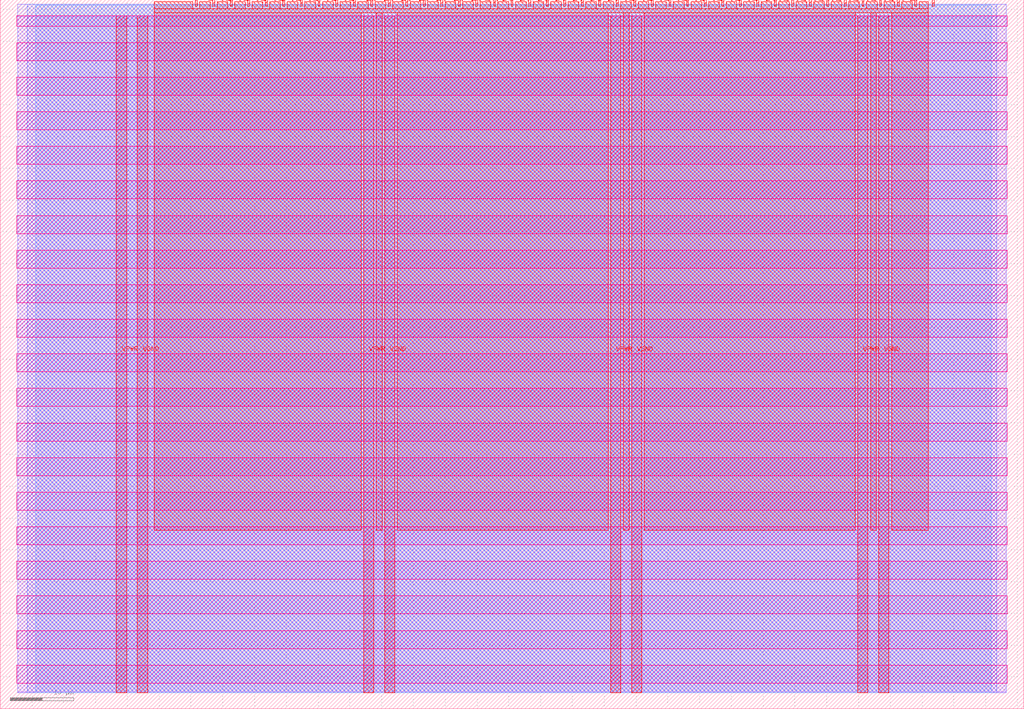
<source format=lef>
VERSION 5.7 ;
  NOWIREEXTENSIONATPIN ON ;
  DIVIDERCHAR "/" ;
  BUSBITCHARS "[]" ;
MACRO tt_um_LnL_SoC
  CLASS BLOCK ;
  FOREIGN tt_um_LnL_SoC ;
  ORIGIN 0.000 0.000 ;
  SIZE 161.000 BY 111.520 ;
  PIN VGND
    DIRECTION INOUT ;
    USE GROUND ;
    PORT
      LAYER met4 ;
        RECT 21.580 2.480 23.180 109.040 ;
    END
    PORT
      LAYER met4 ;
        RECT 60.450 2.480 62.050 109.040 ;
    END
    PORT
      LAYER met4 ;
        RECT 99.320 2.480 100.920 109.040 ;
    END
    PORT
      LAYER met4 ;
        RECT 138.190 2.480 139.790 109.040 ;
    END
  END VGND
  PIN VPWR
    DIRECTION INOUT ;
    USE POWER ;
    PORT
      LAYER met4 ;
        RECT 18.280 2.480 19.880 109.040 ;
    END
    PORT
      LAYER met4 ;
        RECT 57.150 2.480 58.750 109.040 ;
    END
    PORT
      LAYER met4 ;
        RECT 96.020 2.480 97.620 109.040 ;
    END
    PORT
      LAYER met4 ;
        RECT 134.890 2.480 136.490 109.040 ;
    END
  END VPWR
  PIN clk
    DIRECTION INPUT ;
    USE SIGNAL ;
    ANTENNAGATEAREA 0.852000 ;
    PORT
      LAYER met4 ;
        RECT 143.830 110.520 144.130 111.520 ;
    END
  END clk
  PIN ena
    DIRECTION INPUT ;
    USE SIGNAL ;
    PORT
      LAYER met4 ;
        RECT 146.590 110.520 146.890 111.520 ;
    END
  END ena
  PIN rst_n
    DIRECTION INPUT ;
    USE SIGNAL ;
    ANTENNAGATEAREA 0.196500 ;
    PORT
      LAYER met4 ;
        RECT 141.070 110.520 141.370 111.520 ;
    END
  END rst_n
  PIN ui_in[0]
    DIRECTION INPUT ;
    USE SIGNAL ;
    ANTENNAGATEAREA 0.196500 ;
    PORT
      LAYER met4 ;
        RECT 138.310 110.520 138.610 111.520 ;
    END
  END ui_in[0]
  PIN ui_in[1]
    DIRECTION INPUT ;
    USE SIGNAL ;
    ANTENNAGATEAREA 0.196500 ;
    PORT
      LAYER met4 ;
        RECT 135.550 110.520 135.850 111.520 ;
    END
  END ui_in[1]
  PIN ui_in[2]
    DIRECTION INPUT ;
    USE SIGNAL ;
    ANTENNAGATEAREA 0.196500 ;
    PORT
      LAYER met4 ;
        RECT 132.790 110.520 133.090 111.520 ;
    END
  END ui_in[2]
  PIN ui_in[3]
    DIRECTION INPUT ;
    USE SIGNAL ;
    ANTENNAGATEAREA 0.196500 ;
    PORT
      LAYER met4 ;
        RECT 130.030 110.520 130.330 111.520 ;
    END
  END ui_in[3]
  PIN ui_in[4]
    DIRECTION INPUT ;
    USE SIGNAL ;
    ANTENNAGATEAREA 0.196500 ;
    PORT
      LAYER met4 ;
        RECT 127.270 110.520 127.570 111.520 ;
    END
  END ui_in[4]
  PIN ui_in[5]
    DIRECTION INPUT ;
    USE SIGNAL ;
    ANTENNAGATEAREA 0.196500 ;
    PORT
      LAYER met4 ;
        RECT 124.510 110.520 124.810 111.520 ;
    END
  END ui_in[5]
  PIN ui_in[6]
    DIRECTION INPUT ;
    USE SIGNAL ;
    ANTENNAGATEAREA 0.196500 ;
    PORT
      LAYER met4 ;
        RECT 121.750 110.520 122.050 111.520 ;
    END
  END ui_in[6]
  PIN ui_in[7]
    DIRECTION INPUT ;
    USE SIGNAL ;
    ANTENNAGATEAREA 0.196500 ;
    PORT
      LAYER met4 ;
        RECT 118.990 110.520 119.290 111.520 ;
    END
  END ui_in[7]
  PIN uio_in[0]
    DIRECTION INPUT ;
    USE SIGNAL ;
    ANTENNAGATEAREA 0.196500 ;
    PORT
      LAYER met4 ;
        RECT 116.230 110.520 116.530 111.520 ;
    END
  END uio_in[0]
  PIN uio_in[1]
    DIRECTION INPUT ;
    USE SIGNAL ;
    ANTENNAGATEAREA 0.196500 ;
    PORT
      LAYER met4 ;
        RECT 113.470 110.520 113.770 111.520 ;
    END
  END uio_in[1]
  PIN uio_in[2]
    DIRECTION INPUT ;
    USE SIGNAL ;
    ANTENNAGATEAREA 0.196500 ;
    PORT
      LAYER met4 ;
        RECT 110.710 110.520 111.010 111.520 ;
    END
  END uio_in[2]
  PIN uio_in[3]
    DIRECTION INPUT ;
    USE SIGNAL ;
    PORT
      LAYER met4 ;
        RECT 107.950 110.520 108.250 111.520 ;
    END
  END uio_in[3]
  PIN uio_in[4]
    DIRECTION INPUT ;
    USE SIGNAL ;
    PORT
      LAYER met4 ;
        RECT 105.190 110.520 105.490 111.520 ;
    END
  END uio_in[4]
  PIN uio_in[5]
    DIRECTION INPUT ;
    USE SIGNAL ;
    PORT
      LAYER met4 ;
        RECT 102.430 110.520 102.730 111.520 ;
    END
  END uio_in[5]
  PIN uio_in[6]
    DIRECTION INPUT ;
    USE SIGNAL ;
    PORT
      LAYER met4 ;
        RECT 99.670 110.520 99.970 111.520 ;
    END
  END uio_in[6]
  PIN uio_in[7]
    DIRECTION INPUT ;
    USE SIGNAL ;
    PORT
      LAYER met4 ;
        RECT 96.910 110.520 97.210 111.520 ;
    END
  END uio_in[7]
  PIN uio_oe[0]
    DIRECTION OUTPUT ;
    USE SIGNAL ;
    ANTENNADIFFAREA 0.445500 ;
    PORT
      LAYER met4 ;
        RECT 49.990 110.520 50.290 111.520 ;
    END
  END uio_oe[0]
  PIN uio_oe[1]
    DIRECTION OUTPUT ;
    USE SIGNAL ;
    ANTENNADIFFAREA 0.445500 ;
    PORT
      LAYER met4 ;
        RECT 47.230 110.520 47.530 111.520 ;
    END
  END uio_oe[1]
  PIN uio_oe[2]
    DIRECTION OUTPUT ;
    USE SIGNAL ;
    ANTENNADIFFAREA 0.445500 ;
    PORT
      LAYER met4 ;
        RECT 44.470 110.520 44.770 111.520 ;
    END
  END uio_oe[2]
  PIN uio_oe[3]
    DIRECTION OUTPUT ;
    USE SIGNAL ;
    ANTENNADIFFAREA 0.445500 ;
    PORT
      LAYER met4 ;
        RECT 41.710 110.520 42.010 111.520 ;
    END
  END uio_oe[3]
  PIN uio_oe[4]
    DIRECTION OUTPUT ;
    USE SIGNAL ;
    ANTENNADIFFAREA 0.445500 ;
    PORT
      LAYER met4 ;
        RECT 38.950 110.520 39.250 111.520 ;
    END
  END uio_oe[4]
  PIN uio_oe[5]
    DIRECTION OUTPUT ;
    USE SIGNAL ;
    ANTENNADIFFAREA 0.445500 ;
    PORT
      LAYER met4 ;
        RECT 36.190 110.520 36.490 111.520 ;
    END
  END uio_oe[5]
  PIN uio_oe[6]
    DIRECTION OUTPUT ;
    USE SIGNAL ;
    ANTENNADIFFAREA 0.445500 ;
    PORT
      LAYER met4 ;
        RECT 33.430 110.520 33.730 111.520 ;
    END
  END uio_oe[6]
  PIN uio_oe[7]
    DIRECTION OUTPUT ;
    USE SIGNAL ;
    ANTENNADIFFAREA 0.445500 ;
    PORT
      LAYER met4 ;
        RECT 30.670 110.520 30.970 111.520 ;
    END
  END uio_oe[7]
  PIN uio_out[0]
    DIRECTION OUTPUT ;
    USE SIGNAL ;
    ANTENNADIFFAREA 0.445500 ;
    PORT
      LAYER met4 ;
        RECT 72.070 110.520 72.370 111.520 ;
    END
  END uio_out[0]
  PIN uio_out[1]
    DIRECTION OUTPUT ;
    USE SIGNAL ;
    ANTENNADIFFAREA 0.445500 ;
    PORT
      LAYER met4 ;
        RECT 69.310 110.520 69.610 111.520 ;
    END
  END uio_out[1]
  PIN uio_out[2]
    DIRECTION OUTPUT ;
    USE SIGNAL ;
    ANTENNADIFFAREA 0.445500 ;
    PORT
      LAYER met4 ;
        RECT 66.550 110.520 66.850 111.520 ;
    END
  END uio_out[2]
  PIN uio_out[3]
    DIRECTION OUTPUT ;
    USE SIGNAL ;
    ANTENNADIFFAREA 0.445500 ;
    PORT
      LAYER met4 ;
        RECT 63.790 110.520 64.090 111.520 ;
    END
  END uio_out[3]
  PIN uio_out[4]
    DIRECTION OUTPUT ;
    USE SIGNAL ;
    ANTENNADIFFAREA 0.795200 ;
    PORT
      LAYER met4 ;
        RECT 61.030 110.520 61.330 111.520 ;
    END
  END uio_out[4]
  PIN uio_out[5]
    DIRECTION OUTPUT ;
    USE SIGNAL ;
    ANTENNADIFFAREA 0.445500 ;
    PORT
      LAYER met4 ;
        RECT 58.270 110.520 58.570 111.520 ;
    END
  END uio_out[5]
  PIN uio_out[6]
    DIRECTION OUTPUT ;
    USE SIGNAL ;
    ANTENNADIFFAREA 0.445500 ;
    PORT
      LAYER met4 ;
        RECT 55.510 110.520 55.810 111.520 ;
    END
  END uio_out[6]
  PIN uio_out[7]
    DIRECTION OUTPUT ;
    USE SIGNAL ;
    ANTENNADIFFAREA 0.445500 ;
    PORT
      LAYER met4 ;
        RECT 52.750 110.520 53.050 111.520 ;
    END
  END uio_out[7]
  PIN uo_out[0]
    DIRECTION OUTPUT ;
    USE SIGNAL ;
    ANTENNADIFFAREA 0.470250 ;
    PORT
      LAYER met4 ;
        RECT 94.150 110.520 94.450 111.520 ;
    END
  END uo_out[0]
  PIN uo_out[1]
    DIRECTION OUTPUT ;
    USE SIGNAL ;
    ANTENNADIFFAREA 0.470250 ;
    PORT
      LAYER met4 ;
        RECT 91.390 110.520 91.690 111.520 ;
    END
  END uo_out[1]
  PIN uo_out[2]
    DIRECTION OUTPUT ;
    USE SIGNAL ;
    ANTENNADIFFAREA 0.470250 ;
    PORT
      LAYER met4 ;
        RECT 88.630 110.520 88.930 111.520 ;
    END
  END uo_out[2]
  PIN uo_out[3]
    DIRECTION OUTPUT ;
    USE SIGNAL ;
    ANTENNADIFFAREA 0.470250 ;
    PORT
      LAYER met4 ;
        RECT 85.870 110.520 86.170 111.520 ;
    END
  END uo_out[3]
  PIN uo_out[4]
    DIRECTION OUTPUT ;
    USE SIGNAL ;
    ANTENNADIFFAREA 0.470250 ;
    PORT
      LAYER met4 ;
        RECT 83.110 110.520 83.410 111.520 ;
    END
  END uo_out[4]
  PIN uo_out[5]
    DIRECTION OUTPUT ;
    USE SIGNAL ;
    ANTENNADIFFAREA 0.470250 ;
    PORT
      LAYER met4 ;
        RECT 80.350 110.520 80.650 111.520 ;
    END
  END uo_out[5]
  PIN uo_out[6]
    DIRECTION OUTPUT ;
    USE SIGNAL ;
    ANTENNADIFFAREA 0.470250 ;
    PORT
      LAYER met4 ;
        RECT 77.590 110.520 77.890 111.520 ;
    END
  END uo_out[6]
  PIN uo_out[7]
    DIRECTION OUTPUT ;
    USE SIGNAL ;
    ANTENNADIFFAREA 0.470250 ;
    PORT
      LAYER met4 ;
        RECT 74.830 110.520 75.130 111.520 ;
    END
  END uo_out[7]
  OBS
      LAYER nwell ;
        RECT 2.570 107.385 158.430 108.990 ;
        RECT 2.570 101.945 158.430 104.775 ;
        RECT 2.570 96.505 158.430 99.335 ;
        RECT 2.570 91.065 158.430 93.895 ;
        RECT 2.570 85.625 158.430 88.455 ;
        RECT 2.570 80.185 158.430 83.015 ;
        RECT 2.570 74.745 158.430 77.575 ;
        RECT 2.570 69.305 158.430 72.135 ;
        RECT 2.570 63.865 158.430 66.695 ;
        RECT 2.570 58.425 158.430 61.255 ;
        RECT 2.570 52.985 158.430 55.815 ;
        RECT 2.570 47.545 158.430 50.375 ;
        RECT 2.570 42.105 158.430 44.935 ;
        RECT 2.570 36.665 158.430 39.495 ;
        RECT 2.570 31.225 158.430 34.055 ;
        RECT 2.570 25.785 158.430 28.615 ;
        RECT 2.570 20.345 158.430 23.175 ;
        RECT 2.570 14.905 158.430 17.735 ;
        RECT 2.570 9.465 158.430 12.295 ;
        RECT 2.570 4.025 158.430 6.855 ;
      LAYER li1 ;
        RECT 2.760 2.635 158.240 108.885 ;
      LAYER met1 ;
        RECT 2.760 2.480 158.240 110.800 ;
      LAYER met2 ;
        RECT 4.240 2.535 156.760 110.830 ;
      LAYER met3 ;
        RECT 5.585 2.555 155.875 110.665 ;
      LAYER met4 ;
        RECT 24.215 110.120 30.270 111.170 ;
        RECT 31.370 110.120 33.030 111.170 ;
        RECT 34.130 110.120 35.790 111.170 ;
        RECT 36.890 110.120 38.550 111.170 ;
        RECT 39.650 110.120 41.310 111.170 ;
        RECT 42.410 110.120 44.070 111.170 ;
        RECT 45.170 110.120 46.830 111.170 ;
        RECT 47.930 110.120 49.590 111.170 ;
        RECT 50.690 110.120 52.350 111.170 ;
        RECT 53.450 110.120 55.110 111.170 ;
        RECT 56.210 110.120 57.870 111.170 ;
        RECT 58.970 110.120 60.630 111.170 ;
        RECT 61.730 110.120 63.390 111.170 ;
        RECT 64.490 110.120 66.150 111.170 ;
        RECT 67.250 110.120 68.910 111.170 ;
        RECT 70.010 110.120 71.670 111.170 ;
        RECT 72.770 110.120 74.430 111.170 ;
        RECT 75.530 110.120 77.190 111.170 ;
        RECT 78.290 110.120 79.950 111.170 ;
        RECT 81.050 110.120 82.710 111.170 ;
        RECT 83.810 110.120 85.470 111.170 ;
        RECT 86.570 110.120 88.230 111.170 ;
        RECT 89.330 110.120 90.990 111.170 ;
        RECT 92.090 110.120 93.750 111.170 ;
        RECT 94.850 110.120 96.510 111.170 ;
        RECT 97.610 110.120 99.270 111.170 ;
        RECT 100.370 110.120 102.030 111.170 ;
        RECT 103.130 110.120 104.790 111.170 ;
        RECT 105.890 110.120 107.550 111.170 ;
        RECT 108.650 110.120 110.310 111.170 ;
        RECT 111.410 110.120 113.070 111.170 ;
        RECT 114.170 110.120 115.830 111.170 ;
        RECT 116.930 110.120 118.590 111.170 ;
        RECT 119.690 110.120 121.350 111.170 ;
        RECT 122.450 110.120 124.110 111.170 ;
        RECT 125.210 110.120 126.870 111.170 ;
        RECT 127.970 110.120 129.630 111.170 ;
        RECT 130.730 110.120 132.390 111.170 ;
        RECT 133.490 110.120 135.150 111.170 ;
        RECT 136.250 110.120 137.910 111.170 ;
        RECT 139.010 110.120 140.670 111.170 ;
        RECT 141.770 110.120 143.430 111.170 ;
        RECT 144.530 110.120 145.985 111.170 ;
        RECT 24.215 109.440 145.985 110.120 ;
        RECT 24.215 28.055 56.750 109.440 ;
        RECT 59.150 28.055 60.050 109.440 ;
        RECT 62.450 28.055 95.620 109.440 ;
        RECT 98.020 28.055 98.920 109.440 ;
        RECT 101.320 28.055 134.490 109.440 ;
        RECT 136.890 28.055 137.790 109.440 ;
        RECT 140.190 28.055 145.985 109.440 ;
  END
END tt_um_LnL_SoC
END LIBRARY


</source>
